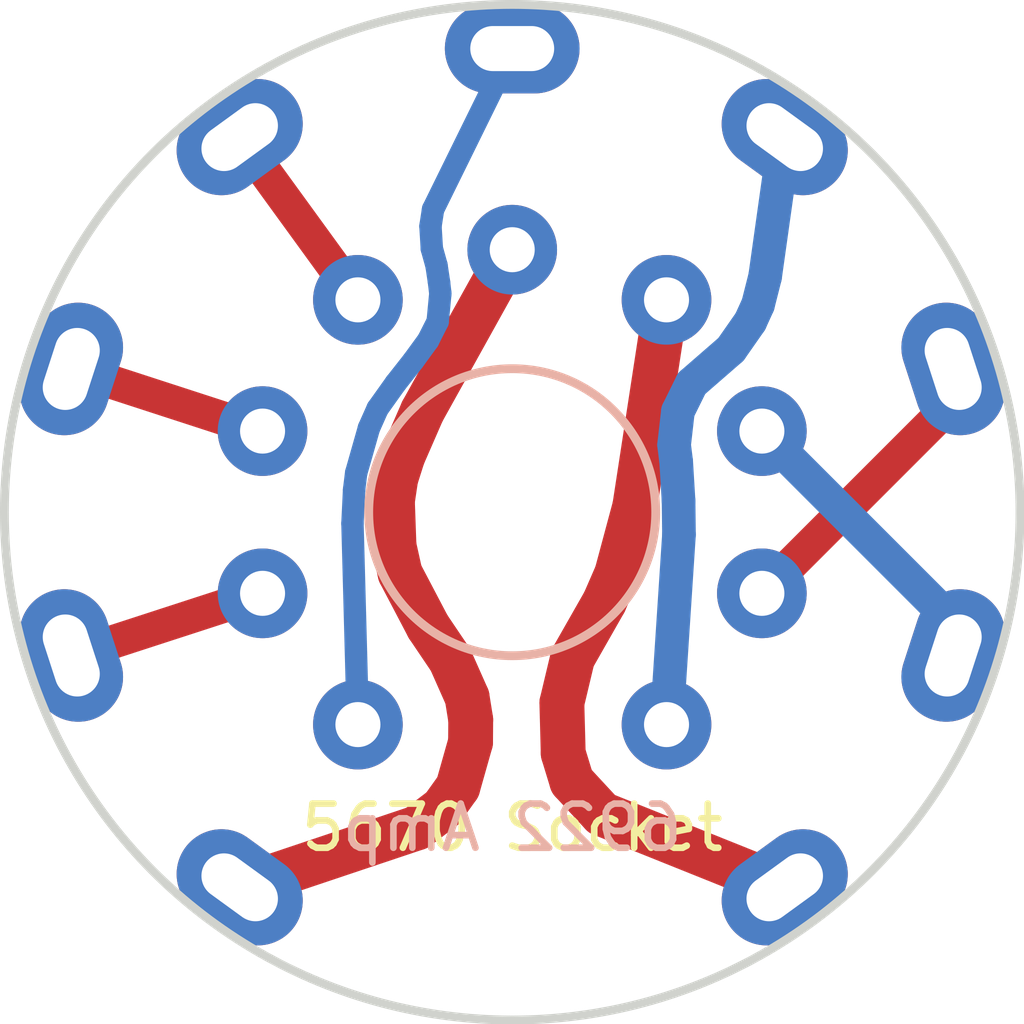
<source format=kicad_pcb>
(kicad_pcb (version 20171130) (host pcbnew "(5.0.2)-1")

  (general
    (thickness 1.6)
    (drawings 4)
    (tracks 58)
    (zones 0)
    (modules 2)
    (nets 10)
  )

  (page A4)
  (layers
    (0 F.Cu signal)
    (31 B.Cu signal)
    (32 B.Adhes user)
    (33 F.Adhes user)
    (34 B.Paste user)
    (35 F.Paste user)
    (36 B.SilkS user)
    (37 F.SilkS user)
    (38 B.Mask user)
    (39 F.Mask user)
    (40 Dwgs.User user)
    (41 Cmts.User user)
    (42 Eco1.User user)
    (43 Eco2.User user)
    (44 Edge.Cuts user)
    (45 Margin user)
    (46 B.CrtYd user)
    (47 F.CrtYd user)
    (48 B.Fab user)
    (49 F.Fab user)
  )

  (setup
    (last_trace_width 1.016)
    (trace_clearance 0.254)
    (zone_clearance 0.508)
    (zone_45_only no)
    (trace_min 0.2)
    (segment_width 0.2)
    (edge_width 0.15)
    (via_size 0.8)
    (via_drill 0.4)
    (via_min_size 0.4)
    (via_min_drill 0.3)
    (uvia_size 0.3)
    (uvia_drill 0.1)
    (uvias_allowed no)
    (uvia_min_size 0.2)
    (uvia_min_drill 0.1)
    (pcb_text_width 0.3)
    (pcb_text_size 1.5 1.5)
    (mod_edge_width 0.15)
    (mod_text_size 1 1)
    (mod_text_width 0.15)
    (pad_size 1.524 1.524)
    (pad_drill 0.762)
    (pad_to_mask_clearance 0.051)
    (solder_mask_min_width 0.25)
    (aux_axis_origin 0 0)
    (visible_elements 7FFFFFFF)
    (pcbplotparams
      (layerselection 0x010f0_ffffffff)
      (usegerberextensions true)
      (usegerberattributes false)
      (usegerberadvancedattributes false)
      (creategerberjobfile false)
      (excludeedgelayer true)
      (linewidth 0.100000)
      (plotframeref false)
      (viasonmask false)
      (mode 1)
      (useauxorigin false)
      (hpglpennumber 1)
      (hpglpenspeed 20)
      (hpglpendiameter 15.000000)
      (psnegative false)
      (psa4output false)
      (plotreference true)
      (plotvalue true)
      (plotinvisibletext false)
      (padsonsilk false)
      (subtractmaskfromsilk true)
      (outputformat 1)
      (mirror false)
      (drillshape 0)
      (scaleselection 1)
      (outputdirectory "Gerber"))
  )

  (net 0 "")
  (net 1 Heater2)
  (net 2 Cathode1)
  (net 3 Grid1)
  (net 4 Plate1)
  (net 5 Shield)
  (net 6 Plate2)
  (net 7 Grid2)
  (net 8 Cathode2)
  (net 9 Heater1)

  (net_class Default "This is the default net class."
    (clearance 0.254)
    (trace_width 1.016)
    (via_dia 0.8)
    (via_drill 0.4)
    (uvia_dia 0.3)
    (uvia_drill 0.1)
    (add_net Cathode1)
    (add_net Cathode2)
    (add_net Grid1)
    (add_net Grid2)
    (add_net Heater1)
    (add_net Heater2)
    (add_net Plate1)
    (add_net Plate2)
    (add_net Shield)
  )

  (module locallib:VALVE-ECC-83-2 (layer F.Cu) (tedit 5CA41877) (tstamp 5CA4196F)
    (at 95.25 79.375)
    (descr "Valve ECC-83-2 flat pins")
    (tags "Valve ECC-83-2 flat pins")
    (path /5CA40FE1)
    (fp_text reference J1 (at 0 -8.128) (layer Dwgs.User)
      (effects (font (size 1 1) (thickness 0.15)))
    )
    (fp_text value 5670-Socket (at 0 6) (layer F.Fab)
      (effects (font (size 1 1) (thickness 0.15)))
    )
    (fp_circle (center 0 0) (end 3.5 0) (layer Dwgs.User) (width 0.15))
    (fp_circle (center 0 0) (end 10.5 0) (layer Dwgs.User) (width 0.15))
    (fp_text user %R (at 0 -7) (layer F.Fab)
      (effects (font (size 1 1) (thickness 0.15)))
    )
    (pad 1 thru_hole oval (at 6.171745 8.494678 306) (size 2.03 3.05) (drill oval 1.02 1.9) (layers *.Cu *.Mask)
      (net 9 Heater1))
    (pad 2 thru_hole oval (at 9.986093 3.244678 342) (size 2.03 3.05) (drill oval 1.02 1.9) (layers *.Cu *.Mask)
      (net 8 Cathode2))
    (pad 3 thru_hole oval (at 9.986093 -3.244678 18) (size 2.03 3.05) (drill oval 1.02 1.9) (layers *.Cu *.Mask)
      (net 7 Grid2))
    (pad 4 thru_hole oval (at 6.171745 -8.494678 54) (size 2.03 3.05) (drill oval 1.02 1.9) (layers *.Cu *.Mask)
      (net 6 Plate2))
    (pad 5 thru_hole oval (at 0 -10.5 90) (size 2.03 3.05) (drill oval 1.02 1.9) (layers *.Cu *.Mask)
      (net 5 Shield))
    (pad 6 thru_hole oval (at -6.171745 -8.494678 306) (size 2.03 3.05) (drill oval 1.02 1.9) (layers *.Cu *.Mask)
      (net 4 Plate1))
    (pad 7 thru_hole oval (at -9.986093 -3.244678 342) (size 2.03 3.05) (drill oval 1.02 1.9) (layers *.Cu *.Mask)
      (net 3 Grid1))
    (pad 8 thru_hole oval (at -9.986093 3.244678 18) (size 2.03 3.05) (drill oval 1.02 1.9) (layers *.Cu *.Mask)
      (net 2 Cathode1))
    (pad 9 thru_hole oval (at -6.171745 8.494678 54) (size 2.03 3.05) (drill oval 1.02 1.9) (layers *.Cu *.Mask)
      (net 1 Heater2))
    (pad "" np_thru_hole circle (at 0 0) (size 3.5 3.5) (drill 3.5) (layers *.Cu *.Mask))
    (model ${KISYS3DMOD}/Valves.3dshapes/VALVE-ECC-83-2.wrl
      (offset (xyz -3.555999946594238 4.825999927520752 0))
      (scale (xyz 1 1 1))
      (rotate (xyz 0 0 0))
    )
  )

  (module locallib:VALVE-ECC-83-1 (layer F.Cu) (tedit 5CA41874) (tstamp 5CA4197E)
    (at 95.25 79.375)
    (descr "Valve ECC-83-1 round pins")
    (tags "Valve ECC-83-1 round pins")
    (path /5CA4102E)
    (fp_text reference J2 (at 0 6) (layer Dwgs.User)
      (effects (font (size 1 1) (thickness 0.15)))
    )
    (fp_text value 6922-Pins (at 0 8) (layer F.Fab)
      (effects (font (size 1 1) (thickness 0.15)))
    )
    (fp_text user %R (at 0 6) (layer F.Fab)
      (effects (font (size 1 1) (thickness 0.15)))
    )
    (fp_circle (center 0 0) (end 5.945 0) (layer Dwgs.User) (width 0.15))
    (pad 9 thru_hole circle (at -3.494383 4.809606) (size 2.03 2.03) (drill 1.02) (layers *.Cu *.Mask)
      (net 5 Shield))
    (pad 8 thru_hole circle (at -5.654031 1.837106) (size 2.03 2.03) (drill 1.02) (layers *.Cu *.Mask)
      (net 2 Cathode1))
    (pad 7 thru_hole circle (at -5.654031 -1.837106) (size 2.03 2.03) (drill 1.02) (layers *.Cu *.Mask)
      (net 3 Grid1))
    (pad 6 thru_hole circle (at -3.494383 -4.809606) (size 2.03 2.03) (drill 1.02) (layers *.Cu *.Mask)
      (net 4 Plate1))
    (pad 5 thru_hole circle (at 0 -5.945) (size 2.03 2.03) (drill 1.02) (layers *.Cu *.Mask)
      (net 1 Heater2))
    (pad 4 thru_hole circle (at 3.494383 -4.809606) (size 2.03 2.03) (drill 1.02) (layers *.Cu *.Mask)
      (net 9 Heater1))
    (pad 3 thru_hole circle (at 5.654031 -1.837106) (size 2.03 2.03) (drill 1.02) (layers *.Cu *.Mask)
      (net 8 Cathode2))
    (pad 2 thru_hole circle (at 5.654031 1.837106) (size 2.03 2.03) (drill 1.02) (layers *.Cu *.Mask)
      (net 7 Grid2))
    (pad 1 thru_hole circle (at 3.494383 4.809606) (size 2.03 2.03) (drill 1.02) (layers *.Cu *.Mask)
      (net 6 Plate2))
    (model ${KISYS3DMOD}/Valves.3dshapes/VALVE-ECC-83-1.wrl
      (offset (xyz -3.555999946594238 4.825999927520752 0))
      (scale (xyz 1 1 1))
      (rotate (xyz 0 0 0))
    )
  )

  (gr_text "6922 Amp" (at 95.25 86.51875) (layer B.SilkS)
    (effects (font (size 1 1) (thickness 0.15)) (justify mirror))
  )
  (gr_text "5670 Socket" (at 95.25 86.51875) (layer F.SilkS)
    (effects (font (size 1 1) (thickness 0.15)))
  )
  (gr_circle (center 95.25 79.375) (end 98.5 79.375) (layer B.SilkS) (width 0.2))
  (gr_circle (center 95.25 79.375) (end 106.75 79.375) (layer Edge.Cuts) (width 0.2))

  (segment (start 92.71 80.756592) (end 93.345 81.966085) (width 1.016) (layer F.Cu) (net 1))
  (segment (start 93.853 82.718583) (end 94.228869 83.566) (width 1.016) (layer F.Cu) (net 1))
  (segment (start 94.228869 83.566) (end 94.3102 84.074) (width 1.016) (layer F.Cu) (net 1))
  (segment (start 93.345 81.966085) (end 93.853 82.718583) (width 1.016) (layer F.Cu) (net 1))
  (segment (start 92.572825 80.137) (end 92.536264 79.121) (width 1.016) (layer F.Cu) (net 1))
  (segment (start 92.536264 79.121) (end 92.612172 78.613) (width 1.016) (layer F.Cu) (net 1))
  (segment (start 92.572825 80.137) (end 92.71 80.756592) (width 1.016) (layer F.Cu) (net 1))
  (segment (start 93.216339 77.089) (end 92.773083 78.105) (width 1.016) (layer F.Cu) (net 1))
  (segment (start 92.773083 78.105) (end 92.612172 78.613) (width 1.016) (layer F.Cu) (net 1))
  (segment (start 93.216339 77.089) (end 95.25 73.43) (width 1.016) (layer F.Cu) (net 1))
  (segment (start 94.3102 84.074) (end 94.306465 84.582) (width 1.016) (layer F.Cu) (net 1))
  (segment (start 93.091 86.524291) (end 89.078255 87.869678) (width 1.016) (layer F.Cu) (net 1))
  (segment (start 94.019216 85.598) (end 94.306465 84.582) (width 1.016) (layer F.Cu) (net 1))
  (segment (start 94.019216 85.598) (end 93.6752 86.079115) (width 1.016) (layer F.Cu) (net 1))
  (segment (start 93.6752 86.079115) (end 93.091 86.524291) (width 1.016) (layer F.Cu) (net 1))
  (segment (start 89.595969 81.212106) (end 85.263907 82.619678) (width 0.762) (layer F.Cu) (net 2))
  (segment (start 89.595969 77.537894) (end 85.263907 76.130322) (width 0.762) (layer F.Cu) (net 3))
  (segment (start 91.755617 74.565394) (end 89.078255 70.880322) (width 0.762) (layer F.Cu) (net 4))
  (segment (start 91.716173 78.486) (end 92.00501 77.47) (width 0.508) (layer B.Cu) (net 5))
  (segment (start 92.00501 77.47) (end 92.202 77.027313) (width 0.508) (layer B.Cu) (net 5))
  (segment (start 91.669086 78.867) (end 91.632312 79.629) (width 0.508) (layer B.Cu) (net 5))
  (segment (start 91.755617 84.184606) (end 91.632312 79.629) (width 0.508) (layer B.Cu) (net 5))
  (segment (start 91.669086 78.867) (end 91.716173 78.486) (width 0.508) (layer B.Cu) (net 5))
  (segment (start 93.5355 73.787) (end 93.59265 74.168) (width 0.508) (layer B.Cu) (net 5))
  (segment (start 93.398488 72.898) (end 93.429666 73.406) (width 0.508) (layer B.Cu) (net 5))
  (segment (start 93.5355 73.787) (end 93.429666 73.406) (width 0.508) (layer B.Cu) (net 5))
  (segment (start 93.398488 72.898) (end 93.457555 72.517) (width 0.508) (layer B.Cu) (net 5))
  (segment (start 93.457555 72.517) (end 95.25 68.875) (width 0.508) (layer B.Cu) (net 5))
  (segment (start 93.561958 75.057) (end 93.622283 74.422) (width 0.508) (layer B.Cu) (net 5))
  (segment (start 93.59265 74.168) (end 93.622283 74.422) (width 0.508) (layer B.Cu) (net 5))
  (segment (start 93.010181 75.946) (end 92.610675 76.454) (width 0.508) (layer B.Cu) (net 5))
  (segment (start 92.202 77.027313) (end 92.610675 76.454) (width 0.508) (layer B.Cu) (net 5))
  (segment (start 93.010181 75.946) (end 93.345 75.486361) (width 0.508) (layer B.Cu) (net 5))
  (segment (start 93.561958 75.057) (end 93.345 75.486361) (width 0.508) (layer B.Cu) (net 5))
  (segment (start 98.744383 84.184606) (end 99.026664 79.883) (width 0.762) (layer B.Cu) (net 6))
  (segment (start 100.976853 74.041) (end 101.421745 70.880322) (width 0.762) (layer B.Cu) (net 6))
  (segment (start 100.816065 74.676) (end 100.976853 74.041) (width 0.762) (layer B.Cu) (net 6))
  (segment (start 100.642809 75.057) (end 100.203 75.686478) (width 0.762) (layer B.Cu) (net 6))
  (segment (start 100.642809 75.057) (end 100.816065 74.676) (width 0.762) (layer B.Cu) (net 6))
  (segment (start 99.00318 77.089) (end 99.314 76.459521) (width 0.762) (layer B.Cu) (net 6))
  (segment (start 100.203 75.686478) (end 99.314 76.459521) (width 0.762) (layer B.Cu) (net 6))
  (segment (start 99.00318 77.089) (end 98.915872 77.851) (width 0.762) (layer B.Cu) (net 6))
  (segment (start 98.963495 78.232) (end 99.017337 79.121) (width 0.762) (layer B.Cu) (net 6))
  (segment (start 99.017337 79.121) (end 99.026664 79.883) (width 0.762) (layer B.Cu) (net 6))
  (segment (start 98.915872 77.851) (end 98.963495 78.232) (width 0.762) (layer B.Cu) (net 6))
  (segment (start 105.236093 76.880044) (end 100.904031 81.212106) (width 0.762) (layer F.Cu) (net 7))
  (segment (start 105.236093 76.130322) (end 105.236093 76.880044) (width 0.762) (layer F.Cu) (net 7))
  (segment (start 105.236093 81.869956) (end 100.904031 77.537894) (width 0.762) (layer B.Cu) (net 8))
  (segment (start 105.236093 82.619678) (end 105.236093 81.869956) (width 0.762) (layer B.Cu) (net 8))
  (segment (start 97.282 86.208694) (end 101.421745 87.869678) (width 1.016) (layer F.Cu) (net 9))
  (segment (start 97.282 86.208694) (end 96.598853 85.471) (width 1.016) (layer F.Cu) (net 9))
  (segment (start 96.405115 84.836) (end 96.598853 85.471) (width 1.016) (layer F.Cu) (net 9))
  (segment (start 96.374419 83.693) (end 96.405115 84.836) (width 1.016) (layer F.Cu) (net 9))
  (segment (start 96.374419 83.693) (end 96.61665 82.677) (width 1.016) (layer F.Cu) (net 9))
  (segment (start 97.339482 81.407) (end 96.61665 82.677) (width 1.016) (layer F.Cu) (net 9))
  (segment (start 97.339482 81.407) (end 97.615901 80.772) (width 1.016) (layer F.Cu) (net 9))
  (segment (start 97.615901 80.772) (end 98.025066 79.248) (width 1.016) (layer F.Cu) (net 9))
  (segment (start 98.744383 74.565394) (end 98.025066 79.248) (width 1.016) (layer F.Cu) (net 9))

)

</source>
